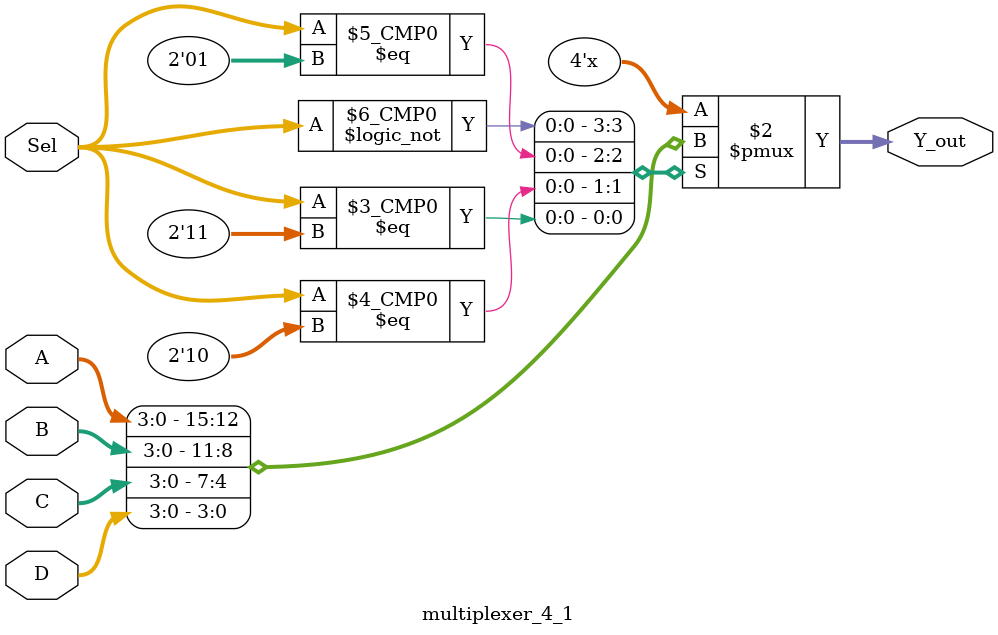
<source format=v>
`timescale 1ns / 1ps


module multiplexer_4_1(
    input [3:0] A,
    input [3:0] B,
    input [3:0] C,
    input [3:0] D,
    input [1:0] Sel,
    output reg [3:0] Y_out
    );
    always@(*)
        begin
        case(Sel)
        2'b00 : Y_out = A;
        2'b01 : Y_out = B;
        2'b10 : Y_out = C;
        2'b11 : Y_out = D;
        default : Y_out = 4'b0000;
        endcase 
        end
endmodule

</source>
